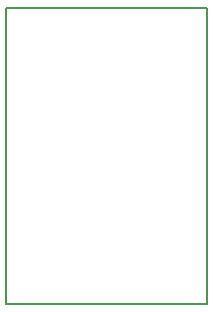
<source format=gm1>
G04 #@! TF.FileFunction,Profile,NP*
%FSLAX46Y46*%
G04 Gerber Fmt 4.6, Leading zero omitted, Abs format (unit mm)*
G04 Created by KiCad (PCBNEW 4.0.6-e0-6349~52~ubuntu16.10.1) date Wed May  3 13:22:09 2017*
%MOMM*%
%LPD*%
G01*
G04 APERTURE LIST*
%ADD10C,0.100000*%
%ADD11C,0.150000*%
G04 APERTURE END LIST*
D10*
D11*
X119950000Y-107700000D02*
X119950000Y-82700000D01*
X136950000Y-107700000D02*
X119950000Y-107700000D01*
X136950000Y-82700000D02*
X136950000Y-107700000D01*
X119950000Y-82700000D02*
X136950000Y-82700000D01*
M02*

</source>
